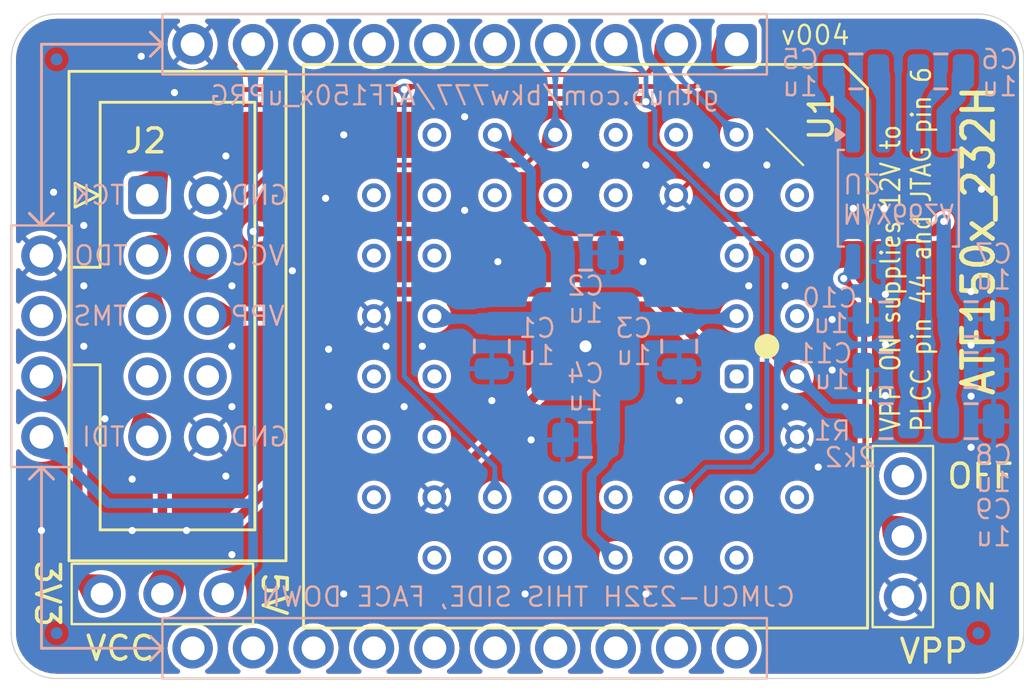
<source format=kicad_pcb>
(kicad_pcb (version 20240108) (generator "pcbnew") (generator_version "8.0")
  (title_block (title "ATF150x_232H") (date "2024-07-04") (rev "004") (company "Brian K. White") (comment 1 "CC-BY-SA") (comment 2 "github.com/bkw777/ATF150x_uPRG"))
  (layers (0 "F.Cu" signal) (31 "B.Cu" signal) (34 "B.Paste" user) (35 "F.Paste" user) (36 "B.SilkS" user "B.Silkscreen") (37 "F.SilkS" user "F.Silkscreen") (38 "B.Mask" user) (39 "F.Mask" user) (44 "Edge.Cuts" user))
  (net 0 "")
  (net 1 "TCK")
  (net 2 "TDI")
  (net 3 "TDO")
  (net 4 "TMS")
  (net 9 "+5V")
  (net 10 "GND")
  (net 21 "+3V3")
  (net 23 "+12V")
  (net 51 "VCC")
  (net 52 "Net-(C5-Pad1)")
  (net 53 "Net-(C5-Pad2)")
  (net 54 "Net-(C6-Pad2)")
  (net 55 "Net-(C6-Pad1)")
  (net 60 "VPP")
  (net 63 "Net-(U2-SHDN)")
  (footprint "000_LOCAL:IDC-Header_2x05_P2.54mm_Vertical" (layer "F.Cu") (at 133.985 95.249999)
    (property "Reference" "J2" (at -1.016 -2.286001 0) (layer "F.SilkS") (effects (justify left)))
    (property "Value" "Altera JTAG-A+VPP")
    (fp_line (start -3.29 -5.21) (end 5.83 -5.21) (stroke (width 0.12)) (layer "F.SilkS"))
    (fp_line (start -3.29 3.03) (end -1.98 3.03) (stroke (width 0.12)) (layer "F.SilkS"))
    (fp_line (start -3.29 15.37) (end -3.29 -5.21) (stroke (width 0.12)) (layer "F.SilkS"))
    (fp_line (start -3.032 -0.5) (end -3.032 0.5) (stroke (width 0.12)) (layer "F.SilkS"))
    (fp_line (start -3.032 0.5) (end -2.032 0) (stroke (width 0.12)) (layer "F.SilkS"))
    (fp_line (start -2.032 0) (end -3.032 -0.5) (stroke (width 0.12)) (layer "F.SilkS"))
    (fp_line (start -1.98 -3.91) (end 4.52 -3.91) (stroke (width 0.12)) (layer "F.SilkS"))
    (fp_line (start -1.98 3.03) (end -1.98 -3.91) (stroke (width 0.12)) (layer "F.SilkS"))
    (fp_line (start -1.98 7.13) (end -3.29 7.13) (stroke (width 0.12)) (layer "F.SilkS"))
    (fp_line (start -1.98 7.13) (end -1.98 7.13) (stroke (width 0.12)) (layer "F.SilkS"))
    (fp_line (start -1.98 14.07) (end -1.98 7.13) (stroke (width 0.12)) (layer "F.SilkS"))
    (fp_line (start 4.52 -3.91) (end 4.52 14.07) (stroke (width 0.12)) (layer "F.SilkS"))
    (fp_line (start 4.52 14.07) (end -1.98 14.07) (stroke (width 0.12)) (layer "F.SilkS"))
    (fp_line (start 5.83 -5.21) (end 5.83 15.37) (stroke (width 0.12)) (layer "F.SilkS"))
    (fp_line (start 5.83 15.37) (end -3.29 15.37) (stroke (width 0.12)) (layer "F.SilkS"))
    (pad "1" thru_hole roundrect (at 0 0) (size 1.6 1.6) (drill 0.95) (layers "*.Cu" "*.Mask") (roundrect_rratio 0.15625) (net 1 "TCK"))
    (pad "2" thru_hole circle (at 2.54 0) (size 1.6 1.6) (drill 0.95) (layers "*.Cu" "*.Mask") (net 10 "GND"))
    (pad "3" thru_hole circle (at 0 2.54) (size 1.6 1.6) (drill 0.95) (layers "*.Cu" "*.Mask") (net 3 "TDO"))
    (pad "4" thru_hole circle (at 2.54 2.54) (size 1.6 1.6) (drill 0.95) (layers "*.Cu" "*.Mask") (net 51 "VCC"))
    (pad "5" thru_hole circle (at 0 5.079999) (size 1.6 1.6) (drill 0.95) (layers "*.Cu" "*.Mask") (net 4 "TMS"))
    (pad "6" thru_hole circle (at 2.54 5.08) (size 1.6 1.6) (drill 0.95) (layers "*.Cu" "*.Mask") (net 60 "VPP"))
    (pad "7" thru_hole circle (at 0 7.62) (size 1.6 1.6) (drill 0.95) (layers "*.Cu" "*.Mask"))
    (pad "8" thru_hole circle (at 2.54 7.62) (size 1.6 1.6) (drill 0.95) (layers "*.Cu" "*.Mask"))
    (pad "9" thru_hole circle (at 0 10.16) (size 1.6 1.6) (drill 0.95) (layers "*.Cu" "*.Mask") (net 2 "TDI"))
    (pad "10" thru_hole circle (at 2.54 10.16) (size 1.6 1.6) (drill 0.95) (layers "*.Cu" "*.Mask") (net 10 "GND"))
  )
  (footprint "000_LOCAL:PinHeader_1x03_P2.54mm_Vertical" (layer "F.Cu") (at 132.08 112.014 90)
    (property "Reference" "JP1" (hide yes))
    (property "Value" "VCC" (at -2.286 0.762 0) (layer "F.SilkS"))
    (fp_poly (pts (xy -1.27 -1.27) (xy -1.270001 6.35) (xy 1.270001 6.35) (xy 1.27 -1.27)) (stroke (width 0.1)) (fill none) (layer "F.SilkS"))
    (pad "1" thru_hole circle (at 0 0 90) (size 1.6 1.6) (drill 0.95) (layers "*.Cu" "*.Mask") (net 21 "+3V3"))
    (pad "2" thru_hole circle (at 0 2.54 90) (size 1.6 1.6) (drill 0.95) (layers "*.Cu" "*.Mask") (net 51 "VCC"))
    (pad "3" thru_hole circle (at 0 5.079999 90) (size 1.6 1.6) (drill 0.95) (layers "*.Cu" "*.Mask") (net 9 "+5V"))
  )
  (footprint "000_LOCAL:CJMCU-232H" (layer "F.Cu") (at 143.51 101.599999 -90)
    (property "Reference" "J1" (hide yes))
    (property "Value" "CJMCU-232H")
    (fp_poly (pts (xy -5.08 15.240002) (xy -5.08 12.699999) (xy 5.08 12.699999) (xy 5.08 15.240002)) (stroke (width 0.1)) (fill none) (layer "B.SilkS"))
    (fp_poly (pts (xy 11.43 -16.509999) (xy 11.43 8.89) (xy 13.97 8.89) (xy 13.97 -16.51)) (stroke (width 0.1)) (fill none) (layer "B.SilkS"))
    (fp_poly (pts (xy -13.97 -16.51) (xy -13.97 8.89) (xy -11.43 8.89) (xy -11.43 -16.509999)) (stroke (width 0.1)) (fill none) (layer "B.SilkS"))
    (pad "1" thru_hole roundrect (at -12.7 -15.24 270) (size 1.7 1.7) (drill 1) (layers "*.Cu" "*.Mask") (roundrect_rratio 0.1470588235) (net 1 "TCK"))
    (pad "2" thru_hole circle (at -12.7 -12.7 270) (size 1.7 1.7) (drill 1) (layers "*.Cu" "*.Mask") (net 2 "TDI"))
    (pad "3" thru_hole circle (at -12.7 -10.16 270) (size 1.7 1.7) (drill 1) (layers "*.Cu" "*.Mask") (net 3 "TDO"))
    (pad "4" thru_hole circle (at -12.7 -7.62 270) (size 1.7 1.7) (drill 1) (layers "*.Cu" "*.Mask") (net 4 "TMS"))
    (pad "5" thru_hole circle (at -12.700001 -5.08 270) (size 1.7 1.7) (drill 1) (layers "*.Cu" "*.Mask"))
    (pad "6" thru_hole circle (at -12.7 -2.54 270) (size 1.7 1.7) (drill 1) (layers "*.Cu" "*.Mask"))
    (pad "7" thru_hole circle (at -12.7 0 270) (size 1.7 1.7) (drill 1) (layers "*.Cu" "*.Mask"))
    (pad "8" thru_hole circle (at -12.7 2.54 270) (size 1.7 1.7) (drill 1) (layers "*.Cu" "*.Mask"))
    (pad "9" thru_hole circle (at -12.700001 5.08 270) (size 1.7 1.7) (drill 1) (layers "*.Cu" "*.Mask") (net 9 "+5V"))
    (pad "10" thru_hole circle (at -12.7 7.62 270) (size 1.7 1.7) (drill 1) (layers "*.Cu" "*.Mask") (net 10 "GND"))
    (pad "11" thru_hole circle (at 12.7 7.62 270) (size 1.7 1.7) (drill 1) (layers "*.Cu" "*.Mask"))
    (pad "12" thru_hole circle (at 12.700001 5.08 270) (size 1.7 1.7) (drill 1) (layers "*.Cu" "*.Mask"))
    (pad "13" thru_hole circle (at 12.7 2.54 270) (size 1.7 1.7) (drill 1) (layers "*.Cu" "*.Mask"))
    (pad "14" thru_hole circle (at 12.7 0 270) (size 1.7 1.7) (drill 1) (layers "*.Cu" "*.Mask"))
    (pad "15" thru_hole circle (at 12.7 -2.54 270) (size 1.7 1.7) (drill 1) (layers "*.Cu" "*.Mask"))
    (pad "16" thru_hole circle (at 12.700001 -5.08 270) (size 1.7 1.7) (drill 1) (layers "*.Cu" "*.Mask"))
    (pad "17" thru_hole circle (at 12.7 -7.62 270) (size 1.7 1.7) (drill 1) (layers "*.Cu" "*.Mask"))
    (pad "18" thru_hole circle (at 12.7 -10.16 270) (size 1.7 1.7) (drill 1) (layers "*.Cu" "*.Mask"))
    (pad "19" thru_hole circle (at 12.7 -12.7 270) (size 1.7 1.7) (drill 1) (layers "*.Cu" "*.Mask"))
    (pad "20" thru_hole circle (at 12.7 -15.24 270) (size 1.7 1.7) (drill 1) (layers "*.Cu" "*.Mask"))
    (pad "21" thru_hole circle (at 3.81 13.97 270) (size 1.7 1.7) (drill 1) (layers "*.Cu" "*.Mask") (net 9 "+5V"))
    (pad "22" thru_hole circle (at 1.27 13.97 270) (size 1.7 1.7) (drill 1) (layers "*.Cu" "*.Mask") (net 21 "+3V3"))
    (pad "23" thru_hole circle (at -1.27 13.97 270) (size 1.7 1.7) (drill 1) (layers "*.Cu" "*.Mask"))
    (pad "24" thru_hole circle (at -3.81 13.97 270) (size 1.7 1.7) (drill 1) (layers "*.Cu" "*.Mask") (net 10 "GND"))
  )
  (footprint "000_LOCAL:PLCC-44_THT-Socket" (layer "F.Cu") (at 158.75 102.869999 -90)
    (property "Reference" "U1" (at -10.921999 -3.556 90) (layer "F.SilkS"))
    (property "Value" "ATF150x-xJx44 (PLCC-44)")
    (fp_line (start 10.58 18.2) (end 10.58 -5.5) (stroke (width 0.12)) (layer "F.SilkS"))
    (fp_line (start -13.12 18.199999) (end 10.58 18.2) (stroke (width 0.12)) (layer "F.SilkS"))
    (fp_line (start -10.413866 -1.270134) (end -8.890134 -2.793867) (stroke (width 0.1)) (layer "F.SilkS"))
    (fp_line (start -13.119999 -4.5) (end -13.12 18.199999) (stroke (width 0.12)) (layer "F.SilkS"))
    (fp_line (start -12.12 -5.5) (end -13.119999 -4.5) (stroke (width 0.12)) (layer "F.SilkS"))
    (fp_line (start -2.27 -5.5) (end -12.12 -5.5) (stroke (width 0.12)) (layer "F.SilkS"))
    (fp_line (start 10.58 -5.5) (end -0.27 -5.5) (stroke (width 0.12)) (layer "F.SilkS"))
    (fp_circle (center -1.27 -1.27) (end -0.762 -1.27) (stroke (width 0.0254)) (fill solid) (layer "F.SilkS"))
    (pad "1" thru_hole roundrect (at 0 0 270) (size 1 1) (drill 0.6) (layers "*.Cu" "*.Mask"))
    (pad "2" thru_hole circle (at -2.54 -2.54 270) (size 1 1) (drill 0.6) (layers "*.Cu" "*.Mask"))
    (pad "3" thru_hole circle (at -2.54 0 270) (size 1 1) (drill 0.6) (layers "*.Cu" "*.Mask") (net 51 "VCC"))
    (pad "4" thru_hole circle (at -5.08 -2.54 270) (size 1 1) (drill 0.6) (layers "*.Cu" "*.Mask"))
    (pad "5" thru_hole circle (at -5.079999 0 270) (size 1 1) (drill 0.6) (layers "*.Cu" "*.Mask"))
    (pad "6" thru_hole circle (at -7.62 -2.54 270) (size 1 1) (drill 0.6) (layers "*.Cu" "*.Mask"))
    (pad "7" thru_hole circle (at -10.16 0 270) (size 1 1) (drill 0.6) (layers "*.Cu" "*.Mask") (net 2 "TDI"))
    (pad "8" thru_hole circle (at -7.62 0 270) (size 1 1) (drill 0.6) (layers "*.Cu" "*.Mask"))
    (pad "9" thru_hole circle (at -10.16 2.54 270) (size 1 1) (drill 0.6) (layers "*.Cu" "*.Mask"))
    (pad "10" thru_hole circle (at -7.62 2.54 270) (size 1 1) (drill 0.6) (layers "*.Cu" "*.Mask") (net 10 "GND"))
    (pad "11" thru_hole circle (at -10.159999 5.08 270) (size 1 1) (drill 0.6) (layers "*.Cu" "*.Mask"))
    (pad "12" thru_hole circle (at -7.62 5.08 270) (size 1 1) (drill 0.6) (layers "*.Cu" "*.Mask"))
    (pad "13" thru_hole circle (at -10.16 7.62 270) (size 1 1) (drill 0.6) (layers "*.Cu" "*.Mask") (net 4 "TMS"))
    (pad "14" thru_hole circle (at -7.62 7.62 270) (size 1 1) (drill 0.6) (layers "*.Cu" "*.Mask"))
    (pad "15" thru_hole circle (at -10.16 10.16 270) (size 1 1) (drill 0.6) (layers "*.Cu" "*.Mask") (net 51 "VCC"))
    (pad "16" thru_hole circle (at -7.62 10.16 270) (size 1 1) (drill 0.6) (layers "*.Cu" "*.Mask"))
    (pad "17" thru_hole circle (at -10.16 12.7 270) (size 1 1) (drill 0.6) (layers "*.Cu" "*.Mask"))
    (pad "18" thru_hole circle (at -7.62 15.24 270) (size 1 1) (drill 0.6) (layers "*.Cu" "*.Mask"))
    (pad "19" thru_hole circle (at -7.62 12.7 270) (size 1 1) (drill 0.6) (layers "*.Cu" "*.Mask"))
    (pad "20" thru_hole circle (at -5.08 15.24 270) (size 1 1) (drill 0.6) (layers "*.Cu" "*.Mask"))
    (pad "21" thru_hole circle (at -5.08 12.700001 270) (size 1 1) (drill 0.6) (layers "*.Cu" "*.Mask"))
    (pad "22" thru_hole circle (at -2.54 15.24 270) (size 1 1) (drill 0.6) (layers "*.Cu" "*.Mask") (net 10 "GND"))
    (pad "23" thru_hole circle (at -2.54 12.7 270) (size 1 1) (drill 0.6) (layers "*.Cu" "*.Mask") (net 51 "VCC"))
    (pad "24" thru_hole circle (at 0 15.24 270) (size 1 1) (drill 0.6) (layers "*.Cu" "*.Mask"))
    (pad "25" thru_hole circle (at 0 12.7 270) (size 1 1) (drill 0.6) (layers "*.Cu" "*.Mask"))
    (pad "26" thru_hole circle (at 2.54 15.24 270) (size 1 1) (drill 0.6) (layers "*.Cu" "*.Mask"))
    (pad "27" thru_hole circle (at 2.54 12.7 270) (size 1 1) (drill 0.6) (layers "*.Cu" "*.Mask"))
    (pad "28" thru_hole circle (at 5.08 15.24 270) (size 1 1) (drill 0.6) (layers "*.Cu" "*.Mask"))
    (pad "29" thru_hole circle (at 7.62 12.7 270) (size 1 1) (drill 0.6) (layers "*.Cu" "*.Mask"))
    (pad "30" thru_hole circle (at 5.08 12.700001 270) (size 1 1) (drill 0.6) (layers "*.Cu" "*.Mask") (net 10 "GND"))
    (pad "31" thru_hole circle (at 7.62 10.16 270) (size 1 1) (drill 0.6) (layers "*.Cu" "*.Mask"))
    (pad "32" thru_hole circle (at 5.08 10.159999 270) (size 1 1) (drill 0.6) (layers "*.Cu" "*.Mask") (net 1 "TCK"))
    (pad "33" thru_hole circle (at 7.62 7.62 270) (size 1 1) (drill 0.6) (layers "*.Cu" "*.Mask"))
    (pad "34" thru_hole circle (at 5.08 7.62 270) (size 1 1) (drill 0.6) (layers "*.Cu" "*.Mask"))
    (pad "35" thru_hole circle (at 7.62 5.08 270) (size 1 1) (drill 0.6) (layers "*.Cu" "*.Mask") (net 51 "VCC"))
    (pad "36" thru_hole circle (at 5.08 5.08 270) (size 1 1) (drill 0.6) (layers "*.Cu" "*.Mask"))
    (pad "37" thru_hole circle (at 7.62 2.54 270) (size 1 1) (drill 0.6) (layers "*.Cu" "*.Mask"))
    (pad "38" thru_hole circle (at 5.08 2.54 270) (size 1 1) (drill 0.6) (layers "*.Cu" "*.Mask") (net 3 "TDO"))
    (pad "39" thru_hole circle (at 7.62 0 270) (size 1 1) (drill 0.6) (layers "*.Cu" "*.Mask"))
    (pad "40" thru_hole circle (at 5.08 -2.54 270) (size 1 1) (drill 0.6) (layers "*.Cu" "*.Mask"))
    (pad "41" thru_hole circle (at 5.079999 0 270) (size 1 1) (drill 0.6) (layers "*.Cu" "*.Mask"))
    (pad "42" thru_hole circle (at 2.54 -2.54 270) (size 1 1) (drill 0.6) (layers "*.Cu" "*.Mask") (net 10 "GND"))
    (pad "43" thru_hole circle (at 2.54 0 270) (size 1 1) (drill 0.6) (layers "*.Cu" "*.Mask"))
    (pad "44" thru_hole circle (at 0 -2.54 270) (size 1 1) (drill 0.6) (layers "*.Cu" "*.Mask") (net 60 "VPP"))
  )
  (footprint "000_LOCAL:PinHeader_1x03_P2.54mm_Vertical" (layer "F.Cu") (at 165.735 107.060999)
    (property "Reference" "JP2" (hide yes))
    (property "Value" "VPP" (at 1.2954 7.365999 0) (layer "F.SilkS"))
    (fp_poly (pts (xy -1.27 -1.27) (xy 1.27 -1.27) (xy 1.270001 6.35) (xy -1.270001 6.35)) (stroke (width 0.1)) (fill none) (layer "F.SilkS"))
    (pad "1" thru_hole circle (at 0 0) (size 1.6 1.6) (drill 0.95) (layers "*.Cu" "*.Mask"))
    (pad "2" thru_hole circle (at 0 2.54) (size 1.6 1.6) (drill 0.95) (layers "*.Cu" "*.Mask") (net 63 "Net-(U2-SHDN)"))
    (pad "3" thru_hole circle (at 0 5.079999) (size 1.6 1.6) (drill 0.95) (layers "*.Cu" "*.Mask") (net 10 "GND"))
  )
  (footprint "000_LOCAL:C_0805" (layer "B.Cu") (at 148.463 101.599999 -90)
    (property "Reference" "C1" (at -0.761998 -1.905 0) (layer "B.SilkS") (effects (font (size 0.8 0.8) (thickness 0.1)) (justify mirror)))
    (property "Value" "1u" (at 0.381002 -1.905 0) (layer "B.SilkS") (effects (font (size 0.8 0.8) (thickness 0.1)) (justify mirror)))
    (fp_line (start 0.261253 0.735) (end -0.261253 0.735) (stroke (width 0.12)) (layer "B.SilkS"))
    (fp_line (start 0.261253 -0.735) (end -0.261253 -0.735) (stroke (width 0.12)) (layer "B.SilkS"))
    (pad "1" smd roundrect (at -0.949999 0 270) (size 0.9 1.45) (layers "B.Cu" "B.Paste" "B.Mask") (net 51 "VCC"))
    (pad "2" smd roundrect (at 0.949999 0 270) (size 0.9 1.45) (layers "B.Cu" "B.Paste" "B.Mask") (net 10 "GND"))
  )
  (footprint "000_LOCAL:SOIC-8" (layer "B.Cu") (at 165.545001 95.374999 -90)
    (property "Reference" "U2" (at -0.635 1.524 180) (layer "B.SilkS") (effects (font (size 0.8 0.8) (thickness 0.1)) (justify mirror)))
    (property "Value" "MAX662A" (at 0.635 0 180) (layer "B.SilkS") (effects (font (size 0.8 0.7) (thickness 0.1)) (justify mirror)))
    (fp_line (start -2.032 2.54) (end -2.032 2.286) (stroke (width 0.1)) (layer "B.SilkS"))
    (fp_line (start 2.032 2.54) (end -2.032 2.54) (stroke (width 0.1)) (layer "B.SilkS"))
    (fp_line (start 2.032 2.286) (end 2.032 2.54) (stroke (width 0.1)) (layer "B.SilkS"))
    (fp_line (start -2.032 -2.286) (end -2.032 -2.54) (stroke (width 0.1)) (layer "B.SilkS"))
    (fp_line (start -2.032 -2.54) (end 2.032 -2.54) (stroke (width 0.1)) (layer "B.SilkS"))
    (fp_line (start 2.032 -2.54) (end 2.032 -2.286) (stroke (width 0.1)) (layer "B.SilkS"))
    (fp_poly (pts (xy -2.667 2.286) (xy -2.907 2.616) (xy -2.427 2.616) (xy -2.667 2.286)) (stroke (width 0.12)) (fill solid) (layer "B.SilkS"))
    (pad "1" smd roundrect (at -2.667 1.905 270) (size 1.5 0.6) (layers "B.Cu" "B.Paste" "B.Mask") (net 52 "Net-(C5-Pad1)"))
    (pad "2" smd roundrect (at -2.667 0.635 270) (size 1.5 0.6) (layers "B.Cu" "B.Paste" "B.Mask") (net 53 "Net-(C5-Pad2)"))
    (pad "3" smd roundrect (at -2.667 -0.635 270) (size 1.5 0.6) (layers "B.Cu" "B.Paste" "B.Mask") (net 55 "Net-(C6-Pad1)"))
    (pad "4" smd roundrect (at -2.667 -1.905 270) (size 1.5 0.6) (layers "B.Cu" "B.Paste" "B.Mask") (net 54 "Net-(C6-Pad2)"))
    (pad "5" smd roundrect (at 2.667 -1.905 270) (size 1.5 0.6) (layers "B.Cu" "B.Paste" "B.Mask") (net 9 "+5V"))
    (pad "6" smd roundrect (at 2.667 -0.635 270) (size 1.5 0.6) (layers "B.Cu" "B.Paste" "B.Mask") (net 23 "+12V"))
    (pad "7" smd roundrect (at 2.667 0.635 270) (size 1.5 0.6) (layers "B.Cu" "B.Paste" "B.Mask") (net 10 "GND"))
    (pad "8" smd roundrect (at 2.667 1.905 270) (size 1.5 0.6) (layers "B.Cu" "B.Paste" "B.Mask") (net 63 "Net-(U2-SHDN)"))
  )
  (footprint "000_LOCAL:Fiducial_0.5_1.0" (layer "B.Cu") (at 130.175 89.534999 180)
    (property "Reference" "REF**" (hide yes))
    (property "Value" "Fiducial_0.5_1.0" (hide yes))
    (pad "" smd circle (at 0 0 180) (size 0.5 0.5) (layers "B.Cu" "B.Mask") (clearance 0.25))
  )
  (footprint "000_LOCAL:C_0805" (layer "B.Cu") (at 156.337 101.599999 -90)
    (property "Reference" "C3" (at -0.761998 1.905 0) (layer "B.SilkS") (effects (font (size 0.8 0.8) (thickness 0.1)) (justify mirror)))
    (property "Value" "1u" (at 0.381002 1.905 0) (layer "B.SilkS") (effects (font (size 0.8 0.8) (thickness 0.1)) (justify mirror)))
    (fp_line (start 0.261253 0.735) (end -0.261253 0.735) (stroke (width 0.12)) (layer "B.SilkS"))
    (fp_line (start 0.261253 -0.735) (end -0.261253 -0.735) (stroke (width 0.12)) (layer "B.SilkS"))
    (pad "1" smd roundrect (at -0.949999 0 270) (size 0.9 1.45) (layers "B.Cu" "B.Paste" "B.Mask") (net 51 "VCC"))
    (pad "2" smd roundrect (at 0.949999 0 270) (size 0.9 1.45) (layers "B.Cu" "B.Paste" "B.Mask") (net 10 "GND"))
  )
  (footprint "000_LOCAL:C_0805" (layer "B.Cu") (at 152.4 105.536999 180)
    (property "Reference" "C4" (at 0 2.793998 0) (layer "B.SilkS") (effects (font (size 0.8 0.8) (thickness 0.1)) (justify mirror)))
    (property "Value" "1u" (at 0 1.650998 0) (layer "B.SilkS") (effects (font (size 0.8 0.8) (thickness 0.1)) (justify mirror)))
    (fp_line (start 0.261253 0.735) (end -0.261253 0.735) (stroke (width 0.12)) (layer "B.SilkS"))
    (fp_line (start 0.261253 -0.735) (end -0.261253 -0.735) (stroke (width 0.12)) (layer "B.SilkS"))
    (pad "1" smd roundrect (at -0.949999 0 180) (size 0.9 1.45) (layers "B.Cu" "B.Paste" "B.Mask") (net 51 "VCC"))
    (pad "2" smd roundrect (at 0.949999 0 180) (size 0.9 1.45) (layers "B.Cu" "B.Paste" "B.Mask") (net 10 "GND"))
  )
  (footprint "000_LOCAL:C_0805" (layer "B.Cu") (at 168.6 100.459999)
    (property "Reference" "C7" (at 0.944999 -2.746198 0) (layer "B.SilkS") (effects (font (size 0.8 0.8) (thickness 0.1)) (justify mirror)))
    (property "Value" "1u" (at 0.944999 -1.653998 0) (layer "B.SilkS") (effects (font (size 0.8 0.8) (thickness 0.1)) (justify mirror)))
    (fp_line (start 0.261253 -0.735) (end -0.261253 -0.735) (stroke (width 0.12)) (layer "B.SilkS"))
    (fp_line (start 0.261253 0.735) (end -0.261253 0.735) (stroke (width 0.12)) (layer "B.SilkS"))
    (pad "1" smd roundrect (at -0.949999 0) (size 0.9 1.45) (layers "B.Cu" "B.Paste" "B.Mask") (net 9 "+5V"))
    (pad "2" smd roundrect (at 0.949999 0) (size 0.9 1.45) (layers "B.Cu" "B.Paste" "B.Mask") (net 10 "GND"))
  )
  (footprint "000_LOCAL:C_0805" (layer "B.Cu") (at 168.599999 104.749999)
    (property "Reference" "C9" (at 0.945001 3.708002 0) (layer "B.SilkS") (effects (font (size 0.8 0.8) (thickness 0.1)) (justify mirror)))
    (property "Value" "1u" (at 0.945001 4.851002 0) (layer "B.SilkS") (effects (font (size 0.8 0.8) (thickness 0.1)) (justify mirror)))
    (fp_line (start 0.261253 -0.735) (end -0.261253 -0.735) (stroke (width 0.12)) (layer "B.SilkS"))
    (fp_line (start 0.261253 0.735) (end -0.261253 0.735) (stroke (width 0.12)) (layer "B.SilkS"))
    (pad "1" smd roundrect (at -0.949999 0) (size 0.9 1.45) (layers "B.Cu" "B.Paste" "B.Mask") (net 9 "+5V"))
    (pad "2" smd roundrect (at 0.949999 0) (size 0.9 1.45) (layers "B.Cu" "B.Paste" "B.Mask") (net 10 "GND"))
  )
  (footprint "000_LOCAL:Fiducial_0.5_1.0" (layer "B.Cu") (at 130.175 113.664998 180)
    (property "Reference" "REF**" (hide yes))
    (property "Value" "Fiducial_0.5_1.0" (hide yes))
    (pad "" smd circle (at 0 0 180) (size 0.5 0.5) (layers "B.Cu" "B.Mask") (clearance 0.25))
  )
  (footprint "000_LOCAL:C_0805" (layer "B.Cu") (at 165.024999 102.599999 180)
    (property "Reference" "C11" (at 2.566599 0.695199 0) (layer "B.SilkS") (effects (font (size 0.8 0.8) (thickness 0.1)) (justify mirror)))
    (property "Value" "1u" (at 2.261799 -0.397001 0) (layer "B.SilkS") (effects (font (size 0.8 0.8) (thickness 0.1)) (justify mirror)))
    (fp_line (start 0.261253 0.735) (end -0.261253 0.735) (stroke (width 0.12)) (layer "B.SilkS"))
    (fp_line (start 0.261253 -0.735) (end -0.261253 -0.735) (stroke (width 0.12)) (layer "B.SilkS"))
    (pad "1" smd roundrect (at -0.949999 0 180) (size 0.9 1.45) (layers "B.Cu" "B.Paste" "B.Mask") (net 23 "+12V"))
    (pad "2" smd roundrect (at 0.949999 0 180) (size 0.9 1.45) (layers "B.Cu" "B.Paste" "B.Mask") (net 10 "GND"))
  )
  (footprint "000_LOCAL:C_0805" (layer "B.Cu") (at 152.4 97.662999)
    (property "Reference" "C2" (at 0 1.397002 0) (layer "B.SilkS") (effects (font (size 0.8 0.8) (thickness 0.1)) (justify mirror)))
    (property "Value" "1u" (at 0 2.540002 0) (layer "B.SilkS") (effects (font (size 0.8 0.8) (thickness 0.1)) (justify mirror)))
    (fp_line (start 0.261253 -0.735) (end -0.261253 -0.735) (stroke (width 0.12)) (layer "B.SilkS"))
    (fp_line (start 0.261253 0.735) (end -0.261253 0.735) (stroke (width 0.12)) (layer "B.SilkS"))
    (pad "1" smd roundrect (at -0.949999 0) (size 0.9 1.45) (layers "B.Cu" "B.Paste" "B.Mask") (net 51 "VCC"))
    (pad "2" smd roundrect (at 0.949999 0) (size 0.9 1.45) (layers "B.Cu" "B.Paste" "B.Mask") (net 10 "GND"))
  )
  (footprint "000_LOCAL:C_0805" (layer "B.Cu") (at 167.329999 90.042999)
    (property "Reference" "C6" (at 2.469001 -0.507998 0) (layer "B.SilkS") (effects (font (size 0.8 0.8) (thickness 0.1)) (justify mirror)))
    (property "Value" "1u" (at 2.469001 0.635002 0) (layer "B.SilkS") (effects (font (size 0.8 0.8) (thickness 0.1)) (justify mirror)))
    (fp_line (start 0.261253 -0.735) (end -0.261253 -0.735) (stroke (width 0.12)) (layer "B.SilkS"))
    (fp_line (start 0.261253 0.735) (end -0.261253 0.735) (stroke (width 0.12)) (layer "B.SilkS"))
    (pad "1" smd roundrect (at -0.949999 0) (size 0.9 1.45) (layers "B.Cu" "B.Paste" "B.Mask") (net 55 "Net-(C6-Pad1)"))
    (pad "2" smd roundrect (at 0.949999 0) (size 0.9 1.45) (layers "B.Cu" "B.Paste" "B.Mask") (net 54 "Net-(C6-Pad2)"))
  )
  (footprint "000_LOCAL:C_0805" (layer "B.Cu") (at 168.6 102.599999)
    (property "Reference" "C8" (at 0.944998 3.572001 0) (layer "B.SilkS") (effects (font (size 0.8 0.8) (thickness 0.1)) (justify mirror)))
    (property "Value" "1u" (at 0.944999 4.715002 0) (layer "B.SilkS") (effects (font (size 0.8 0.8) (thickness 0.1)) (justify mirror)))
    (fp_line (start 0.261253 -0.735) (end -0.261253 -0.735) (stroke (width 0.12)) (layer "B.SilkS"))
    (fp_line (start 0.261253 0.735) (end -0.261253 0.735) (stroke (width 0.12)) (layer "B.SilkS"))
    (pad "1" smd roundrect (at -0.949999 0) (size 0.9 1.45) (layers "B.Cu" "B.Paste" "B.Mask") (net 9 "+5V"))
    (pad "2" smd roundrect (at 0.949999 0) (size 0.9 1.45) (layers "B.Cu" "B.Paste" "B.Mask") (net 10 "GND"))
  )
  (footprint "000_LOCAL:C_0805" (layer "B.Cu") (at 165.025 100.475 180)
    (property "Reference" "C10" (at 2.3634 0.907 0) (layer "B.SilkS") (effects (font (size 0.8 0.8) (thickness 0.1)) (justify mirror)))
    (property "Value" "1u" (at 2.3126 -0.1598 0) (layer "B.SilkS") (effects (font (size 0.8 0.8) (thickness 0.1)) (justify mirror)))
    (fp_line (start 0.261253 0.735) (end -0.261253 0.735) (stroke (width 0.12)) (layer "B.SilkS"))
    (fp_line (start 0.261253 -0.735) (end -0.261253 -0.735) (stroke (width 0.12)) (layer "B.SilkS"))
    (pad "1" smd roundrect (at -0.949999 0 180) (size 0.9 1.45) (layers "B.Cu" "B.Paste" "B.Mask") (net 23 "+12V"))
    (pad "2" smd roundrect (at 0.949999 0 180) (size 0.9 1.45) (layers "B.Cu" "B.Paste" "B.Mask") (net 10 "GND"))
  )
  (footprint "000_LOCAL:R_0805" (layer "B.Cu") (at 165.025001 104.75 180)
    (property "Reference" "R1" (at 2.261801 -0.406 0) (layer "B.SilkS") (effects (font (size 0.8 0.8) (thickness 0.1)) (justify mirror)))
    (property "Value" "2k2" (at 1.499801 -1.5236 0) (layer "B.SilkS") (effects (font (size 0.8 0.8) (thickness 0.1)) (justify mirror)))
    (fp_line (start 0.261253 0.735) (end -0.261253 0.735) (stroke (width 0.12)) (layer "B.SilkS"))
    (fp_line (start 0.261253 -0.735) (end -0.261253 -0.735) (stroke (width 0.12)) (layer "B.SilkS"))
    (pad "1" smd roundrect (at -0.949999 0 180) (size 0.9 1.45) (layers "B.Cu" "B.Paste" "B.Mask") (net 23 "+12V"))
    (pad "2" smd roundrect (at 0.949999 0 180) (size 0.9 1.45) (layers "B.Cu" "B.Paste" "B.Mask") (net 60 "VPP"))
  )
  (footprint "000_LOCAL:Fiducial_0.5_1.0" (layer "B.Cu") (at 168.91 113.664998 180)
    (property "Reference" "REF**" (hide yes))
    (property "Value" "Fiducial_0.5_1.0" (hide yes))
    (pad "" smd circle (at 0 0 180) (size 0.5 0.5) (layers "B.Cu" "B.Mask") (clearance 0.25))
  )
  (footprint "000_LOCAL:C_0805" (layer "B.Cu") (at 163.760002 90.043)
    (property "Reference" "C5" (at -2.343003 -0.508 0) (layer "B.SilkS") (effects (font (size 0.8 0.8) (thickness 0.1)) (justify mirror)))
    (property "Value" "1u" (at -2.343003 0.635 0) (layer "B.SilkS") (effects (font (size 0.8 0.8) (thickness 0.1)) (justify mirror)))
    (fp_line (start 0.261253 -0.735) (end -0.261253 -0.735) (stroke (width 0.12)) (layer "B.SilkS"))
    (fp_line (start 0.261253 0.735) (end -0.261253 0.735) (stroke (width 0.12)) (layer "B.SilkS"))
    (pad "1" smd roundrect (at -0.949999 0) (size 0.9 1.45) (layers "B.Cu" "B.Paste" "B.Mask") (net 52 "Net-(C5-Pad1)"))
    (pad "2" smd roundrect (at 0.949999 0) (size 0.9 1.45) (layers "B.Cu" "B.Paste" "B.Mask") (net 53 "Net-(C5-Pad2)"))
  )
  (gr_poly (pts (xy 154.178 103.377998) (xy 150.622 103.378) (xy 150.622 99.821998) (xy 154.178 99.821999)) (stroke (width 1)) (fill solid) (layer "B.Cu") (net 51))
  (gr_line (start 129.54 96.519999) (end 130.048001 96.011998) (stroke (width 0.12)) (layer "B.SilkS"))
  (gr_line (start 134.62 88.899998) (end 129.539999 88.899998) (stroke (width 0.12)) (layer "B.SilkS"))
  (gr_line (start 129.54 96.519999) (end 129.032001 96.011998) (stroke (width 0.12)) (layer "B.SilkS"))
  (gr_line (start 134.62 114.299999) (end 134.112001 114.807998) (stroke (width 0.12)) (layer "B.SilkS"))
  (gr_line (start 129.54 106.679999) (end 129.54 114.299998) (stroke (width 0.12)) (layer "B.SilkS"))
  (gr_line (start 129.54 106.679999) (end 130.048001 107.187999) (stroke (width 0.12)) (layer "B.SilkS"))
  (gr_line (start 129.539999 88.899998) (end 129.54 96.519999) (stroke (width 0.12)) (layer "B.SilkS"))
  (gr_line (start 129.032001 96.011998) (end 129.54 96.519999) (stroke (width 0.12)) (layer "B.SilkS"))
  (gr_line (start 129.54 114.299998) (end 134.62 114.299999) (stroke (width 0.12)) (layer "B.SilkS"))
  (gr_line (start 134.62 88.899998) (end 134.112 88.391999) (stroke (width 0.12)) (layer "B.SilkS"))
  (gr_line (start 129.54 106.679999) (end 129.032001 107.187999) (stroke (width 0.12)) (layer "B.SilkS"))
  (gr_line (start 134.62 114.299999) (end 134.112 113.792) (stroke (width 0.12)) (layer "B.SilkS"))
  (gr_line (start 134.112 89.407998) (end 134.62 88.899998) (stroke (width 0.12)) (layer "B.SilkS"))
  (gr_arc (start 128.270001 89.534999) (mid 128.827962 88.187961) (end 130.175 87.629999) (stroke (width 0.05)) (layer "Edge.Cuts"))
  (gr_arc (start 170.815 113.664998) (mid 170.257038 115.012036) (end 168.91 115.569999) (stroke (width 0.05)) (layer "Edge.Cuts"))
  (gr_arc (start 130.175 115.569998) (mid 128.827962 115.012037) (end 128.270001 113.664999) (stroke (width 0.05)) (layer "Edge.Cuts"))
  (gr_line (start 130.175 87.629999) (end 168.91 87.630001) (stroke (width 0.05)) (layer "Edge.Cuts"))
  (gr_arc (start 168.91 87.630001) (mid 170.257037 88.187962) (end 170.815 89.534999) (stroke (width 0.05)) (layer "Edge.Cuts"))
  (gr_line (start 170.815 89.534999) (end 170.815 113.664998) (stroke (width 0.05)) (layer "Edge.Cuts"))
  (gr_line (start 128.270001 113.664999) (end 128.270001 89.534999) (stroke (width 0.05)) (layer "Edge.Cuts"))
  (gr_line (start 168.91 115.569999) (end 130.175 115.569999) (stroke (width 0.05)) (layer "Edge.Cuts"))
  (gr_text "VPP" (at 137.414 100.33 0) (layer "B.SilkS") (effects (font (size 0.8 0.8) (thickness 0.1)) (justify right mirror)))
  (gr_text "GND" (at 137.414 95.25 0) (layer "B.SilkS") (effects (font (size 0.8 0.8) (thickness 0.1)) (justify right mirror)))
  (gr_text "CJMCU-232H THIS SIDE, FACE DOWN" (at 149.987 112.141 0) (layer "B.SilkS") (effects (font (size 0.8 0.8) (thickness 0.1)) (justify mirror)))
  (gr_text "${COMMENT2}" (at 147.32 91.059 0) (layer "B.SilkS") (effects (font (size 0.8 0.8) (thickness 0.1)) (justify mirror)))
  (gr_text "TMS" (at 133.223 100.33 0) (layer "B.SilkS") (effects (font (size 0.8 0.8) (thickness 0.1)) (justify left mirror)))
  (gr_text "VCC" (at 137.414 97.79 0) (layer "B.SilkS") (effects (font (size 0.8 0.8) (thickness 0.1)) (justify right mirror)))
  (gr_text "TCK" (at 133.096 95.25 0) (layer "B.SilkS") (effects (font (size 0.8 0.8) (thickness 0.1)) (justify left mirror)))
  (gr_text "TDI" (at 133.096 105.41 0) (layer "B.SilkS") (effects (font (size 0.8 0.8) (thickness 0.1)) (justify left mirror)))
  (gr_text "TDO" (at 133.223 97.79 0) (layer "B.SilkS") (effects (font (size 0.8 0.8) (thickness 0.1)) (justify left mirror)))
  (gr_text "GND" (at 137.414 105.41 0) (layer "B.SilkS") (effects (font (size 0.8 0.8) (thickness 0.1)) (justify right mirror)))
  (gr_text "5V" (at 139.319 112.014 -90) (layer "F.SilkS") (effects (font (size 1 1) (thickness 0.15) (bold yes))))
  (gr_text "ON" (at 167.513 112.141 0) (layer "F.SilkS") (effects (font (size 1 1)) (justify left)))
  (gr_text "3V3" (at 129.794 112.014 -90) (layer "F.SilkS") (effects (font (size 1 1) (thickness 0.15) (bold yes))))
  (gr_text "VPP ON supplies 12V to\nPLCC pin 44 and JTAG pin 6" (at 165.861999 105.2576 90) (layer "F.SilkS") (effects (font (size 0.8 0.7) (thickness 0.1)) (justify left)))
  (gr_text "${TITLE}" (at 168.91 97.154998 90) (layer "F.SilkS") (effects (font (size 1.3 1.2) (thickness 0.2))))
  (gr_text "OFF" (at 167.513 107.061 0) (layer "F.SilkS") (effects (font (size 1 1)) (justify left)))
  (gr_text "v${REVISION}" (at 162.052 88.518999 0) (layer "F.SilkS") (effects (font (size 0.8 0.8) (thickness 0.1))))
  (segment (start 158.75 88.9) (end 158.75 88.9) (width 0.2) (layer "F.Cu") (net 1))
  (segment (start 134.62 94.614999) (end 133.985 95.249999) (width 0.2) (layer "F.Cu") (net 1))
  (segment (start 137.795 90.804998) (end 134.62 93.979998) (width 0.2) (layer "F.Cu") (net 1))
  (segment (start 156.972001 90.677999) (end 144.907 90.677999) (width 0.2) (layer "F.Cu") (net 1))
  (segment (start 144.907 90.677999) (end 144.779999 90.805) (width 0.2) (layer "F.Cu") (net 1))
  (segment (start 134.62 93.979998) (end 134.62 94.614999) (width 0.2) (layer "F.Cu") (net 1))
  (segment (start 144.779999 90.805) (end 137.795 90.804998) (width 0.2) (layer "F.Cu") (net 1))
  (segment (start 158.75 88.9) (end 156.972001 90.677999) (width 0.2) (layer "F.Cu") (net 1))
  (via (at 144.779999 90.805) (size 0.5) (drill 0.3) (layers "F.Cu" "B.Cu") (net 1))
  (segment (start 144.779999 90.805) (end 144.779999 102.869998) (width 0.2) (layer "B.Cu") (net 1))
  (segment (start 148.59 106.679999) (end 148.590001 107.949997) (width 0.2) (layer "B.Cu") (net 1))
  (segment (start 144.779999 102.869998) (end 148.59 106.679999) (width 0.2) (layer "B.Cu") (net 1))
  (segment (start 132.715 103.504999) (end 132.715 94.361) (width 0.2) (layer "F.Cu") (net 2))
  (segment (start 132.715 94.361) (end 133.223001 93.852999) (width 0.2) (layer "F.Cu") (net 2))
  (segment (start 133.985001 93.852999) (end 137.668 90.169999) (width 0.2) (layer "F.Cu") (net 2))
  (segment (start 133.985 104.774999) (end 132.715 103.504999) (width 0.2) (layer "F.Cu") (net 2))
  (segment (start 133.223001 93.852999) (end 133.985001 93.852999) (width 0.2) (layer "F.Cu") (net 2))
  (segment (start 154.940001 90.169999) (end 156.21 88.9) (width 0.2) (layer "F.Cu") (net 2))
  (segment (start 137.668 90.169999) (end 154.940001 90.169999) (width 0.2) (layer "F.Cu") (net 2))
  (segment (start 133.985 105.409999) (end 133.985 104.774999) (width 0.2) (layer "F.Cu") (net 2))
  (segment (start 156.21 88.899998) (end 156.21 90.169998) (width 0.2) (layer "B.Cu") (net 2))
  (segment (start 156.21 90.169998) (end 158.75 92.709999) (width 0.2) (layer "B.Cu") (net 2))
  (segment (start 145.161 91.439998) (end 137.922 91.439998) (width 0.2) (layer "F.Cu") (net 3))
  (segment (start 154.94 91.313) (end 154.813 91.186) (width 0.2) (layer "F.Cu") (net 3))
  (segment (start 135.255001 94.106998) (end 135.255 96.519999) (width 0.2) (layer "F.Cu") (net 3))
  (segment (start 135.255 96.519999) (end 133.985 97.789999) (width 0.2) (layer "F.Cu") (net 3))
  (segment (start 137.922 91.439998) (end 135.255001 94.106998) (width 0.2) (layer "F.Cu") (net 3))
  (segment (start 145.415 91.186) (end 145.161 91.439998) (width 0.2) (layer "F.Cu") (net 3))
  (segment (start 154.813 91.186) (end 145.415 91.186) (width 0.2) (layer "F.Cu") (net 3))
  (via (at 154.94 91.313) (size 0.5) (drill 0.3) (layers "F.Cu" "B.Cu") (net 3))
  (segment (start 160.02 97.789999) (end 160.02 106.045) (width 0.2) (layer "B.Cu") (net 3))
  (segment (start 155.321 91.694) (end 155.321 93.090999) (width 0.2) (layer "B.Cu") (net 3))
  (segment (start 154.94 90.169999) (end 154.94 91.313) (width 0.2) (layer "B.Cu") (net 3))
  (segment (start 153.67 88.899999) (end 154.94 90.169999) (width 0.2) (layer "B.Cu") (net 3))
  (segment (start 159.385 106.68) (end 157.479999 106.68) (width 0.2) (layer "B.Cu") (net 3))
  (segment (start 154.94 91.313) (end 155.321 91.694) (width 0.2) (layer "B.Cu") (net 3))
  (segment (start 160.02 106.045) (end 159.385 106.68) (width 0.2) (layer "B.Cu") (net 3))
  (segment (start 155.321 93.090999) (end 160.02 97.789999) (width 0.2) (layer "B.Cu") (net 3))
  (segment (start 157.479999 106.68) (end 156.21 107.949997) (width 0.2) (layer "B.Cu") (net 3))
  (segment (start 149.859999 93.979999) (end 139.446001 93.979998) (width 0.2) (layer "F.Cu") (net 4))
  (segment (start 136.906 96.52) (end 136.017 96.52) (width 0.2) (layer "F.Cu") (net 4))
  (segment (start 139.446001 93.979998) (end 136.906 96.52) (width 0.2) (layer "F.Cu") (net 4))
  (segment (start 133.985 99.695) (end 133.985 100.33) (width 0.2) (layer "F.Cu") (net 4))
  (segment (start 136.017 96.52) (end 135.255 97.282) (width 0.2) (layer "F.Cu") (net 4))
  (segment (start 135.255 97.282) (end 135.255 98.425) (width 0.2) (layer "F.Cu") (net 4))
  (segment (start 135.255 98.425) (end 133.985 99.695) (width 0.2) (layer "F.Cu") (net 4))
  (segment (start 151.13 92.709998) (end 149.859999 93.979999) (width 0.2) (layer "F.Cu") (net 4))
  (segment (start 151.13 88.9) (end 151.13 92.709998) (width 0.2) (layer "B.Cu") (net 4))
  (segment (start 167.026 96.773999) (end 167.45 96.349999) (width 0.4) (layer "F.Cu") (net 9))
  (segment (start 138.430001 96.773999) (end 167.026 96.773999) (width 0.4) (layer "F.Cu") (net 9))
  (via (at 138.430001 96.773999) (size 0.5) (drill 0.3) (layers "F.Cu" "B.Cu") (net 9))
  (via (at 167.45 96.349999) (size 0.5) (drill 0.3) (layers "F.Cu" "B.Cu") (net 9))
  (segment (start 167.45 97.849999) (end 167.45 96.349999) (width 0.6) (layer "B.Cu") (net 9))
  (segment (start 138.43 101.6) (end 138.430001 110.743998) (width 0.4) (layer "B.Cu") (net 9))
  (segment (start 167.45 97.849999) (end 167.45 100.26) (width 0.6) (layer "B.Cu") (net 9))
  (segment (start 167.65 102.599999) (end 167.65 104.749998) (width 0.6) (layer "B.Cu") (net 9))
  (segment (start 138.430001 110.743998) (end 137.159999 112.014) (width 0.4) (layer "B.Cu") (net 9))
  (segment (start 138.430001 96.773999) (end 138.43 101.6) (width 0.4) (layer "B.Cu") (net 9))
  (segment (start 132.334 108.203999) (end 138.430001 108.203999) (width 0.4) (layer "B.Cu") (net 9))
  (segment (start 138.430001 88.899998) (end 138.430001 96.773999) (width 0.4) (layer "B.Cu") (net 9))
  (segment (start 167.45 100.26) (end 167.65 100.459999) (width 0.6) (layer "B.Cu") (net 9))
  (segment (start 129.539999 105.409998) (end 132.334 108.203999) (width 0.4) (layer "B.Cu") (net 9))
  (segment (start 167.65 100.459999) (end 167.65 102.599999) (width 0.6) (layer "B.Cu") (net 9))
  (via (at 140.081 98.424999) (size 0.5) (drill 0.3) (layers "F.Cu" "B.Cu") (net 10))
  (via (at 145.542 101.599999) (size 0.5) (drill 0.3) (layers "F.Cu" "B.Cu") (net 10))
  (via (at 162.179 106.679999) (size 0.5) (drill 0.3) (layers "F.Cu" "B.Cu") (net 10))
  (via (at 154.813001 98.044) (size 0.5) (drill 0.3) (layers "F.Cu" "B.Cu") (net 10))
  (via (at 150.114 105.536998) (size 0.5) (drill 0.3) (layers "F.Cu" "B.Cu") (net 10))
  (via (at 157.48 93.979998) (size 0.5) (drill 0.3) (layers "F.Cu" "B.Cu") (net 10))
  (via (at 142.24 112.014) (size 0.5) (drill 0.3) (layers "F.Cu" "B.Cu") (net 10))
  (via (at 133.35 109.346999) (size 0.5) (drill 0.3) (layers "F.Cu" "B.Cu") (net 10))
  (via (at 165 101.525) (size 0.5) (drill 0.3) (layers "F.Cu" "B.Cu") (net 10))
  (via (at 141.605 104.139999) (size 0.5) (drill 0.3) (layers "F.Cu" "B.Cu") (net 10))
  (via (at 168.6 103.699999) (size 0.5) (drill 0.3) (layers "F.Cu" "B.Cu") (net 10))
  (via (at 142.24 92.709999) (size 0.5) (drill 0.3) (layers "F.Cu" "B.Cu") (net 10))
  (via (at 147.319999 91.947998) (size 0.5) (drill 0.3) (layers "F.Cu" "B.Cu") (net 10))
  (via (at 165 103.675) (size 0.5) (drill 0.3) (layers "F.Cu" "B.Cu") (net 10))
  (via (at 163.65 95.799999) (size 0.5) (drill 0.3) (layers "F.Cu" "B.Cu") (net 10))
  (via (at 154.94 112.014) (size 0.5) (drill 0.3) (layers "F.Cu" "B.Cu") (net 10))
  (via (at 141.605 101.726999) (size 0.5) (drill 0.3) (layers "F.Cu" "B.Cu") (net 10))
  (via (at 137.541 104.139999) (size 0.5) (drill 0.3) (layers "F.Cu" "B.Cu") (net 10))
  (via (at 160.020001 93.979998) (size 0.5) (drill 0.3) (layers "F.Cu" "B.Cu") (net 10))
  (via (at 132.207 104.648) (size 0.5) (drill 0.3) (layers "F.Cu" "B.Cu") (net 10))
  (via (at 144.018 101.6) (size 0.5) (drill 0.3) (layers "F.Cu" "B.Cu") (net 10))
  (via (at 160.782 104.139998) (size 0.5) (drill 0.3) (layers "F.Cu" "B.Cu") (net 10))
  (via (at 160.781999 99.059999) (size 0.5) (drill 0.3) (layers "F.Cu" "B.Cu") (net 10))
  (via (at 149.86 112.013999) (size 0.5) (drill 0.3) (layers "F.Cu" "B.Cu") (net 10))
  (via (at 137.541 101.6) (size 0.5) (drill 0.3) (layers "F.Cu" "B.Cu") (net 10))
  (via (at 159.258 99.059999) (size 0.5) (drill 0.3) (layers "F.Cu" "B.Cu") (net 10))
  (via (at 148.463 103.885999) (size 0.5) (drill 0.3) (layers "F.Cu" "B.Cu") (net 10))
  (via (at 131.318 99.059999) (size 0.5) (drill 0.3) (layers "F.Cu" "B.Cu") (net 10))
  (via (at 162.7632 102.6) (size 0.5) (drill 0.3) (layers "F.Cu" "B.Cu") (net 10))
  (via (at 147.32 95.884998) (size 0.5) (drill 0.3) (layers "F.Cu" "B.Cu") (net 10))
  (via (at 130.048001 95.122998) (size 0.5) (drill 0.3) (layers "F.Cu" "B.Cu") (net 10))
  (via (at 164.95 95.799999) (size 0.5) (drill 0.3) (layers "F.Cu" "B.Cu") (net 10))
  (via (at 144.78 104.139999) (size 0.5) (drill 0.3) (layers "F.Cu" "B.Cu") (net 10))
  (via (at 159.258 104.139999) (size 0.5) (drill 0.3) (layers "F.Cu" "B.Cu") (net 10))
  (via (at 154.940001 93.979998) (size 0.5) (drill 0.3) (layers "F.Cu" "B.Cu") (net 10))
  (via (at 137.541 110.362999) (size 0.5) (drill 0.3) (layers "F.Cu" "B.Cu") (net 10))
  (via (at 168.6 101.549999) (size 0.5) (drill 0.3) (layers "F.Cu" "B.Cu") (net 10))
  (via (at 137.287 107.060998) (size 0.5) (drill 0.3) (layers "F.Cu" "B.Cu") (net 10))
  (via (at 131.318 96.52) (size 0.5) (drill 0.3) (layers "F.Cu" "B.Cu") (net 10))
  (via (at 129.539999 109.346999) (size 0.5) (drill 0.3) (layers "F.Cu" "B.Cu") (net 10))
  (via (at 135.128001 90.931998) (size 0.5) (drill 0.3) (layers "F.Cu" "B.Cu") (net 10))
  (via (at 133.731 89.407999) (size 0.5) (drill 0.3) (layers "F.Cu" "B.Cu") (net 10))
  (via (at 152.399999 93.979998) (size 0.5) (drill 0.3) (layers "F.Cu" "B.Cu") (net 10))
  (via (at 135.636 109.346999) (size 0.5) (drill 0.3) (layers "F.Cu" "B.Cu") (net 10))
  (via (at 169.036999 94.995998) (size 0.5) (drill 0.3) (layers "F.Cu" "B.Cu") (net 10))
  (via (at 141.478 95.377) (size 0.5) (drill 0.3) (layers "F.Cu" "B.Cu") (net 10))
  (via (at 148.717 98.044) (size 0.5) (drill 0.3) (layers "F.Cu" "B.Cu") (net 10))
  (via (at 168.6 105.849998) (size 0.5) (drill 0.3) (layers "F.Cu" "B.Cu") (net 10))
  (via (at 133.35 107.187999) (size 0.5) (drill 0.3) (layers "F.Cu" "B.Cu") (net 10))
  (via (at 131.318 101.599998) (size 0.5) (drill 0.3) (layers "F.Cu" "B.Cu") (net 10))
  (via (at 168.6 99.299998) (size 0.5) (drill 0.3) (layers "F.Cu" "B.Cu") (net 10))
  (via (at 156.337 103.885999) (size 0.5) (drill 0.3) (layers "F.Cu" "B.Cu") (net 10))
  (via (at 137.541 99.059999) (size 0.5) (drill 0.3) (layers "F.Cu" "B.Cu") (net 10))
  (via (at 164.9984 99.4156) (size 0.5) (drill 0.3) (layers "F.Cu" "B.Cu") (net 10))
  (via (at 137.287 93.598999) (size 0.5) (drill 0.3) (layers "F.Cu" "B.Cu") (net 10))
  (via (at 162.7632 100.475) (size 0.5) (drill 0.3) (layers "F.Cu" "B.Cu") (net 10))
  (segment (start 132.08 112.014) (end 131.064 110.998) (width 0.4) (layer "F.Cu") (net 21))
  (segment (start 131.064 104.774999) (end 129.539999 103.250998) (width 0.4) (layer "F.Cu") (net 21))
  (segment (start 131.064 110.998) (end 131.064 104.774999) (width 0.4) (layer "F.Cu") (net 21))
  (segment (start 129.539999 103.250998) (end 129.54 102.869999) (width 0.4) (layer "F.Cu") (net 21))
  (segment (start 165.974998 100.475001) (end 166.18 100.269999) (width 0.6) (layer "B.Cu") (net 23))
  (segment (start 165.974998 102.599999) (end 165.974998 100.475001) (width 0.6) (layer "B.Cu") (net 23))
  (segment (start 165.974998 102.599999) (end 165.974998 104.749998) (width 0.6) (layer "B.Cu") (net 23))
  (segment (start 165.974998 104.749998) (end 165.975 104.75) (width 0.6) (layer "B.Cu") (net 23))
  (segment (start 165.974998 102.599999) (end 165.974999 102.599999) (width 0.6) (layer "B.Cu") (net 23))
  (segment (start 166.18 100.269999) (end 166.18 97.85) (width 0.6) (layer "B.Cu") (net 23))
  (segment (start 134.62 112.013999) (end 140.208 106.425999) (width 0.4) (layer "F.Cu") (net 51))
  (segment (start 140.208 106.425999) (end 147.574001 106.425998) (width 0.4) (layer "F.Cu") (net 51))
  (segment (start 134.62 112.013999) (end 134.605 111.998998) (width 0.2) (layer "F.Cu") (net 51))
  (segment (start 134.62 107.441998) (end 134.62 112.013999) (width 0.4) (layer "F.Cu") (net 51))
  (segment (start 135.255 106.807) (end 134.62 107.441998) (width 0.4) (layer "F.Cu") (net 51))
  (segment (start 136.525 97.789999) (end 136.525 98.297998) (width 0.4) (layer "F.Cu") (net 51))
  (segment (start 147.574001 106.425998) (end 152.4 101.6) (width 0.4) (layer "F.Cu") (net 51))
  (segment (start 135.255 99.568) (end 135.255 106.807) (width 0.4) (layer "F.Cu") (net 51))
  (segment (start 136.525 98.297998) (end 135.255 99.568) (width 0.4) (layer "F.Cu") (net 51))
  (via (at 152.4 101.6) (size 1) (drill 0.5) (layers "F.Cu" "B.Cu") (net 51))
  (segment (start 153.35 102.549998) (end 152.4 101.6) (width 1) (layer "B.Cu") (net 51))
  (segment (start 156.337 100.65) (end 156.53 100.457) (width 0.4) (layer "B.Cu") (net 51))
  (segment (start 153.35 100.65) (end 152.4 101.6) (width 1) (layer "B.Cu") (net 51))
  (segment (start 153.35 105.536998) (end 153.35 102.549998) (width 1) (layer "B.Cu") (net 51))
  (segment (start 156.53 100.457) (end 158.622999 100.456998) (width 0.4) (layer "B.Cu") (net 51))
  (segment (start 158.622999 100.456998) (end 158.75 100.329998) (width 0.4) (layer "B.Cu") (net 51))
  (segment (start 152.654 107.013373) (end 152.654 109.473997) (width 0.4) (layer "B.Cu") (net 51))
  (segment (start 148.463 100.65) (end 148.27 100.457) (width 0.4) (layer "B.Cu") (net 51))
  (segment (start 154.305 100.65) (end 154.498 100.457) (width 0.4) (layer "B.Cu") (net 51))
  (segment (start 146.177001 100.457) (end 146.05 100.329998) (width 0.4) (layer "B.Cu") (net 51))
  (segment (start 153.35 105.536998) (end 153.162 105.724998) (width 0.4) (layer "B.Cu") (net 51))
  (segment (start 151.45 100.65) (end 151.45 97.662998) (width 1) (layer "B.Cu") (net 51))
  (segment (start 153.162 105.724998) (end 153.162 106.505373) (width 0.4) (layer "B.Cu") (net 51))
  (segment (start 150.114 96.138998) (end 150.114 94.233998) (width 0.4) (layer "B.Cu") (net 51))
  (segment (start 151.45 97.662998) (end 151.45 97.475) (width 0.4) (layer "B.Cu") (net 51))
  (segment (start 152.4 101.6) (end 151.45 100.65) (width 1) (layer "B.Cu") (net 51))
  (segment (start 148.27 100.457) (end 146.177001 100.457) (width 0.4) (layer "B.Cu") (net 51))
  (segment (start 150.114 94.233998) (end 148.59 92.709999) (width 0.4) (layer "B.Cu") (net 51))
  (segment (start 151.45 97.475) (end 150.114 96.138998) (width 0.4) (layer "B.Cu") (net 51))
  (segment (start 148.463 100.65) (end 151.45 100.65) (width 1) (layer "B.Cu") (net 51))
  (segment (start 156.337 100.65) (end 153.35 100.65) (width 1) (layer "B.Cu") (net 51))
  (segment (start 153.162 106.505373) (end 152.654 107.013373) (width 0.4) (layer "B.Cu") (net 51))
  (segment (start 152.654 109.473997) (end 153.67 110.489999) (width 0.4) (layer "B.Cu") (net 51))
  (segment (start 163.64 91.885002) (end 163.01 91.255001) (width 0.6) (layer "B.Cu") (net 52))
  (segment (start 163.01 91.255001) (end 163.01 90.242998) (width 0.6) (layer "B.Cu") (net 52))
  (segment (start 163.01 90.242998) (end 162.810002 90.043) (width 0.6) (layer "B.Cu") (net 52))
  (segment (start 163.64 92.9) (end 163.64 91.885002) (width 0.6) (layer "B.Cu") (net 52))
  (segment (start 164.91 90.242999) (end 164.71 90.042999) (width 0.6) (layer "B.Cu") (net 53))
  (segment (start 164.91 92.899998) (end 164.91 90.242999) (width 0.6) (layer "B.Cu") (net 53))
  (segment (start 168.08 90.242996) (end 168.08 91.127001) (width 0.6) (layer "B.Cu") (net 54))
  (segment (start 168.279998 90.042998) (end 168.08 90.242996) (width 0.6) (layer "B.Cu") (net 54))
  (segment (start 167.45 91.757003) (end 167.45 92.9) (width 0.6) (layer "B.Cu") (net 54))
  (segment (start 168.08 91.127001) (end 167.45 91.757003) (width 0.6) (layer "B.Cu") (net 54))
  (segment (start 166.18 92.899999) (end 166.18 90.242999) (width 0.6) (layer "B.Cu") (net 55))
  (segment (start 166.18 90.242999) (end 166.38 90.042998) (width 0.6) (layer "B.Cu") (net 55))
  (segment (start 140.589 100.329998) (end 141.605 99.313998) (width 0.4) (layer "F.Cu") (net 60))
  (segment (start 160.274 101.853999) (end 161.29 102.869999) (width 0.4) (layer "F.Cu") (net 60))
  (segment (start 141.605 99.313998) (end 155.067 99.313998) (width 0.4) (layer "F.Cu") (net 60))
  (segment (start 136.525 100.329998) (end 140.589 100.329998) (width 0.4) (layer "F.Cu") (net 60))
  (segment (start 155.067 99.313998) (end 157.607 101.853998) (width 0.4) (layer "F.Cu") (net 60))
  (segment (start 157.607 101.853998) (end 160.274 101.853999) (width 0.4) (layer "F.Cu") (net 60))
  (segment (start 162.645001 104.225) (end 164.075002 104.225) (width 0.4) (layer "B.Cu") (net 60))
  (segment (start 161.29 102.869999) (end 162.645001 104.225) (width 0.4) (layer "B.Cu") (net 60))
  (segment (start 164.075002 104.225) (end 164.075002 104.75) (width 0.4) (layer "B.Cu") (net 60))
  (segment (start 165.735 109.600999) (end 164.1348 108.000799) (width 0.2) (layer "F.Cu") (net 63))
  (segment (start 164.1348 99.6348) (end 163.25 98.75) (width 0.2) (layer "F.Cu") (net 63))
  (segment (start 164.1348 108.000799) (end 164.1348 99.6348) (width 0.2) (layer "F.Cu") (net 63))
  (via (at 163.25 98.75) (size 0.5) (drill 0.3) (layers "F.Cu" "B.Cu") (net 63))
  (segment (start 163.640001 98.041999) (end 163.640001 98.359999) (width 0.2) (layer "B.Cu") (net 63))
  (segment (start 165.735 109.601001) (end 165.735 109.600998) (width 0.6) (layer "B.Cu") (net 63))
  (segment (start 163.640001 98.359999) (end 163.25 98.75) (width 0.2) (layer "B.Cu") (net 63))
  (zone (net 10) (net_name "GND") (layers "F&B.Cu") (connect_pads (clearance 0.2)) (min_thickness 0.2) (fill yes (thermal_gap 0.2) (thermal_bridge_width 0.2) (smoothing fillet) (radius 0.1))
    (polygon (pts (xy 170.815 87.629999) (xy 170.815 115.569999) (xy 128.27 115.569999) (xy 128.27 87.629999)))
  )
)
</source>
